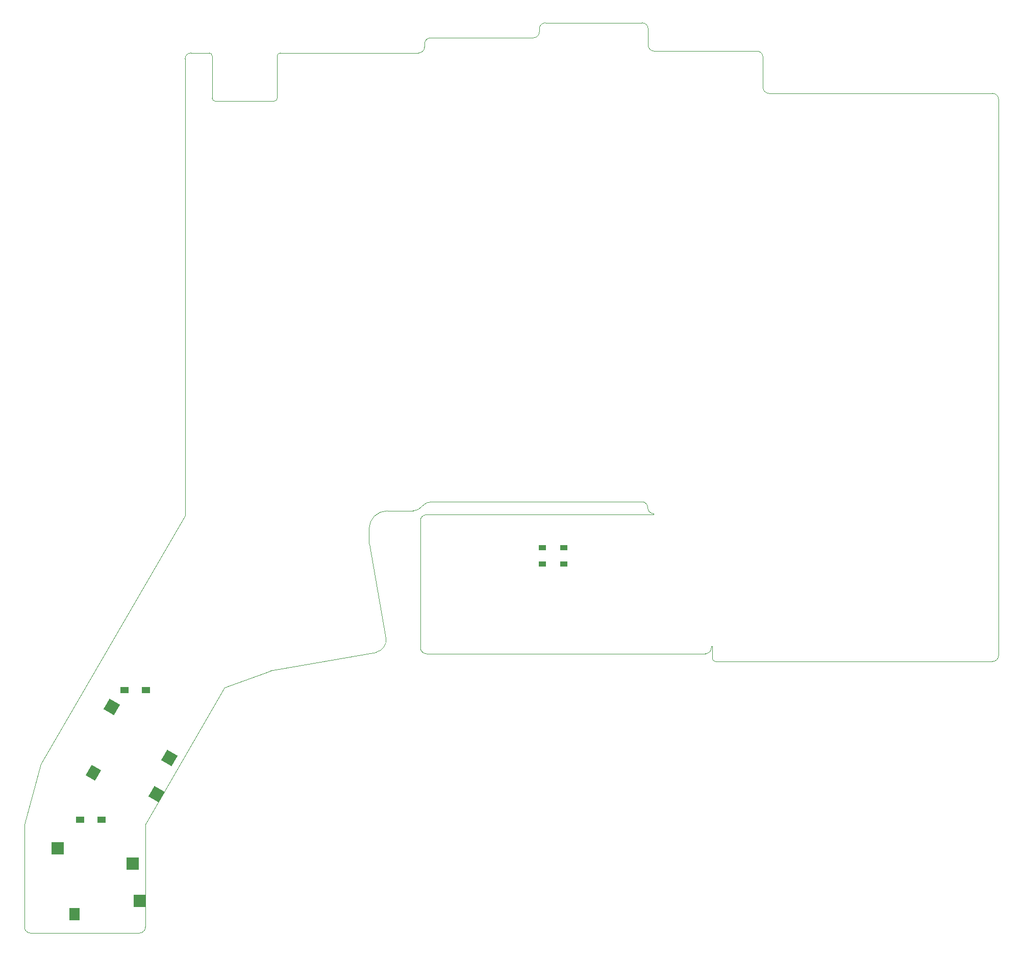
<source format=gbr>
%TF.GenerationSoftware,KiCad,Pcbnew,(6.0.4-0)*%
%TF.CreationDate,2022-10-26T23:43:41+09:00*%
%TF.ProjectId,mtk64_R_rev2,6d746b36-345f-4525-9f72-6576322e6b69,rev?*%
%TF.SameCoordinates,Original*%
%TF.FileFunction,Paste,Top*%
%TF.FilePolarity,Positive*%
%FSLAX45Y45*%
G04 Gerber Fmt 4.5, Leading zero omitted, Abs format (unit mm)*
G04 Created by KiCad (PCBNEW (6.0.4-0)) date 2022-10-26 23:43:41*
%MOMM*%
%LPD*%
G01*
G04 APERTURE LIST*
G04 Aperture macros list*
%AMRotRect*
0 Rectangle, with rotation*
0 The origin of the aperture is its center*
0 $1 length*
0 $2 width*
0 $3 Rotation angle, in degrees counterclockwise*
0 Add horizontal line*
21,1,$1,$2,0,0,$3*%
G04 Aperture macros list end*
%TA.AperFunction,Profile*%
%ADD10C,0.050000*%
%TD*%
%ADD11R,1.300000X0.950000*%
%ADD12RotRect,1.800000X2.000000X150.000000*%
%ADD13RotRect,2.000000X2.000000X150.000000*%
%ADD14R,1.400000X1.000000*%
%ADD15R,1.800000X2.000000*%
%ADD16R,2.000000X2.000000*%
G04 APERTURE END LIST*
D10*
X11993884Y-14168677D02*
G75*
G03*
X12156072Y-13937180I-34804J196947D01*
G01*
X9273905Y-4279471D02*
X9273905Y-4979471D01*
X17574637Y-14274471D02*
X17574637Y-14220000D01*
X12730000Y-14095000D02*
X12730000Y-11989500D01*
X17574637Y-14070000D02*
X17574637Y-14220000D01*
X11993884Y-14168677D02*
X10282648Y-14471094D01*
X9477251Y-14758356D02*
X8165989Y-17029529D01*
X8065989Y-18829529D02*
G75*
G03*
X8165989Y-18729529I1J99999D01*
G01*
X20318500Y-14324471D02*
X17624637Y-14324471D01*
X8923905Y-4229471D02*
X9223905Y-4229471D01*
X10303905Y-5029475D02*
G75*
G03*
X10353905Y-4979471I-5J50005D01*
G01*
X9323905Y-5029471D02*
X10303905Y-5029471D01*
X12178500Y-11824470D02*
G75*
G03*
X11878500Y-12124471I0J-300000D01*
G01*
X16508499Y-3829471D02*
G75*
G03*
X16408500Y-3729471I-99999J1D01*
G01*
X6433938Y-16029528D02*
X6160000Y-17029529D01*
X12798500Y-4129471D02*
X12798500Y-4079471D01*
X18413500Y-4299471D02*
X18413500Y-4799471D01*
X8165989Y-17029529D02*
X8165989Y-18729529D01*
X17458500Y-14195000D02*
X12830000Y-14195000D01*
X14603500Y-3979470D02*
G75*
G03*
X14703500Y-3879471I0J100000D01*
G01*
X16502639Y-11776971D02*
G75*
G03*
X16402643Y-11674471I-100009J2461D01*
G01*
X9273909Y-4979471D02*
G75*
G03*
X9323905Y-5029471I50001J1D01*
G01*
X18413499Y-4299471D02*
G75*
G03*
X18313500Y-4199471I-99999J1D01*
G01*
X16508499Y-4099471D02*
G75*
G03*
X16608500Y-4199471I100001J1D01*
G01*
X12898500Y-3979471D02*
X14603500Y-3979471D01*
X22223500Y-14324471D02*
X20318500Y-14324471D01*
X10403905Y-4229465D02*
G75*
G03*
X10353905Y-4279471I5J-50005D01*
G01*
X12730000Y-14095000D02*
G75*
G03*
X12830000Y-14195000I100000J0D01*
G01*
X12898500Y-3979470D02*
G75*
G03*
X12798500Y-4079471I0J-100000D01*
G01*
X17558500Y-14070000D02*
X17558500Y-14095000D01*
X12698500Y-4229470D02*
G75*
G03*
X12798500Y-4129471I0J100000D01*
G01*
X16402643Y-11674471D02*
X12917149Y-11674471D01*
X14803500Y-3729471D02*
X16408500Y-3729471D01*
X12607500Y-11824471D02*
X12178500Y-11824471D01*
X17574639Y-14274471D02*
G75*
G03*
X17624637Y-14324471I50001J1D01*
G01*
X11878499Y-12328364D02*
G75*
G03*
X11883010Y-12380186I300001J4D01*
G01*
X6160000Y-18729529D02*
X6160000Y-17029529D01*
X11883010Y-12380186D02*
X12156072Y-13937180D01*
X16602643Y-11872500D02*
X16602643Y-11889500D01*
X12917149Y-11674471D02*
G75*
G03*
X12761024Y-11745000I1J-208069D01*
G01*
X8923905Y-4229465D02*
G75*
G03*
X8823905Y-4329471I5J-100005D01*
G01*
X22323499Y-4999471D02*
G75*
G03*
X22223500Y-4899471I-99999J1D01*
G01*
X16508500Y-3829471D02*
X16508500Y-4099471D01*
X8065989Y-18829529D02*
X6260000Y-18829529D01*
X17558500Y-14070000D02*
X17574637Y-14070000D01*
X17458500Y-14195000D02*
G75*
G03*
X17558500Y-14095000I0J100000D01*
G01*
X11878500Y-12124471D02*
X11878500Y-12328364D01*
X9477251Y-14758356D02*
X10232249Y-14484609D01*
X8823905Y-11900000D02*
X6433938Y-16029528D01*
X12607500Y-11824471D02*
G75*
G03*
X12761024Y-11745000I2850J182521D01*
G01*
X12830000Y-11889500D02*
G75*
G03*
X12730000Y-11989500I0J-100000D01*
G01*
X10282648Y-14471094D02*
G75*
G03*
X10232249Y-14484609I52212J-295426D01*
G01*
X12830000Y-11889500D02*
X16602643Y-11889500D01*
X18513500Y-4899471D02*
X22223500Y-4899471D01*
X22223500Y-14324470D02*
G75*
G03*
X22323500Y-14224471I0J100000D01*
G01*
X8823905Y-11900000D02*
X8823905Y-4329471D01*
X6160001Y-18729529D02*
G75*
G03*
X6260000Y-18829529I99999J-2D01*
G01*
X14803500Y-3729470D02*
G75*
G03*
X14703500Y-3829471I0J-100000D01*
G01*
X9273899Y-4279471D02*
G75*
G03*
X9223905Y-4229471I-49999J1D01*
G01*
X10353905Y-4979471D02*
X10353905Y-4279471D01*
X22323500Y-4999471D02*
X22323500Y-14224471D01*
X10403905Y-4229471D02*
X12698500Y-4229471D01*
X14703500Y-3879471D02*
X14703500Y-3829471D01*
X18413499Y-4799471D02*
G75*
G03*
X18513500Y-4899471I100001J1D01*
G01*
X16502644Y-11776971D02*
G75*
G03*
X16602643Y-11872500I99996J4571D01*
G01*
X16608500Y-4199471D02*
X18313500Y-4199471D01*
D11*
%TO.C,D1*%
X14753000Y-12435500D03*
X15108000Y-12435500D03*
%TD*%
D12*
%TO.C,SW2*%
X7299079Y-16171061D03*
D13*
X7605592Y-15080165D03*
X8561124Y-15925135D03*
X8353047Y-16525535D03*
%TD*%
D11*
%TO.C,D1*%
X14753000Y-12710500D03*
X15108000Y-12710500D03*
%TD*%
D14*
%TO.C,D24*%
X7437500Y-16947500D03*
X7082500Y-16947500D03*
%TD*%
D15*
%TO.C,SW2*%
X6985989Y-18519529D03*
D16*
X6705989Y-17421529D03*
X8075989Y-18299529D03*
X7955989Y-17675529D03*
%TD*%
D14*
%TO.C,D24*%
X7822500Y-14800000D03*
X8177500Y-14800000D03*
%TD*%
M02*

</source>
